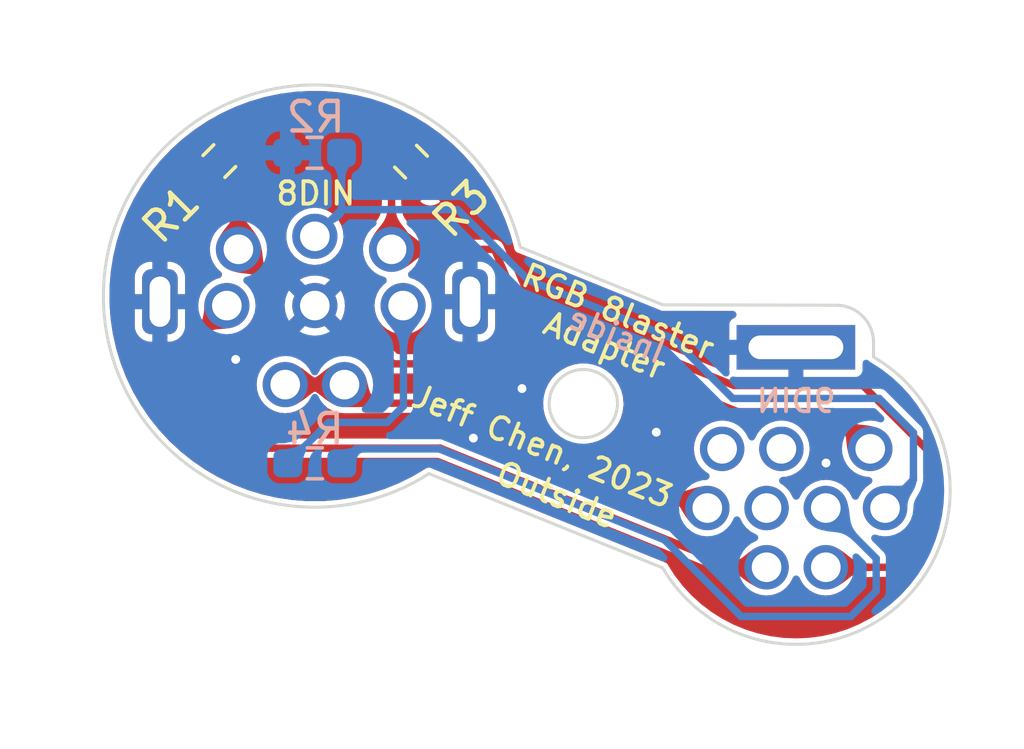
<source format=kicad_pcb>
(kicad_pcb (version 20211014) (generator pcbnew)
  (title_block (rev "1"))
  (layers (0 "F.Cu" signal "Front") (31 "B.Cu" signal "Back") (34 "B.Paste" user) (35 "F.Paste" user) (36 "B.SilkS" user "B.Silkscreen") (37 "F.SilkS" user "F.Silkscreen") (38 "B.Mask" user) (39 "F.Mask" user) (44 "Edge.Cuts" user))
  (net 0 "")
  (net 1 "/Blue")
  (net 2 "/5V")
  (net 3 "/Green")
  (net 4 "/Sync")
  (net 6 "/Audio")
  (net 7 "/Red")
  (net 10 "GND")
  (net 11 "/Attenuated Sync")
  (footprint "RGB Blaster 8DIN Adapter:9 pin mini DIN PCB" (layer "F.Cu") (at 147.705317 108.216528)
    (fp_text reference "P1" hide)
    (fp_text value "Mini_DIN_9P_PCB")
    (pad "1" thru_hole circle (at 1.01 2.6) (size 1.5 1.5) (drill 1) (layers *.Cu *.Mask) (net 1 "/Blue"))
    (pad "2" thru_hole circle (at -0.99 2.6) (size 1.5 1.5) (drill 1) (layers *.Cu *.Mask) (net 2 "/5V"))
    (pad "3" thru_hole circle (at 3.01 0.6) (size 1.5 1.5) (drill 1) (layers *.Cu *.Mask) (net 3 "/Green"))
    (pad "4" thru_hole circle (at 1.01 0.6) (size 1.5 1.5) (drill 1) (layers *.Cu *.Mask) (net 4 "/Sync"))
    (pad "5" thru_hole circle (at -0.99 0.6) (size 1.5 1.5) (drill 1) (layers *.Cu *.Mask))
    (pad "6" thru_hole circle (at -2.99 0.6) (size 1.5 1.5) (drill 1) (layers *.Cu *.Mask) (net 6 "/Audio"))
    (pad "7" thru_hole circle (at 2.51 -1.4) (size 1.5 1.5) (drill 1) (layers *.Cu *.Mask) (net 7 "/Red"))
    (pad "8" thru_hole circle (at -0.49 -1.4) (size 1.5 1.5) (drill 1) (layers *.Cu *.Mask))
    (pad "9" thru_hole circle (at -2.49 -1.4) (size 1.5 1.5) (drill 1) (layers *.Cu *.Mask))
    (pad "10" thru_hole rect (at 0 -4.83) (size 4 1.5) (drill oval 3.2 0.8) (layers *.Cu *.Mask) (net 10 "GND"))
  )
  (footprint "Resistor_SMD:R_0603_1608Metric_Pad0.98x0.95mm_HandSolder" (layer "F.Cu") (at 128.24138 97.094859 -135)
    (fp_text reference "R1" (at 2.432115 -0.120208 45) (layer "F.SilkS"))
    (fp_text value "150")
    (fp_line (start -0.254724 0.5225) (end 0.254724 0.5225) (layer "F.SilkS") (width 0.12))
    (fp_line (start -0.254724 -0.5225) (end 0.254724 -0.5225) (layer "F.SilkS") (width 0.12))
    (pad "1" smd roundrect (at -0.9125 0 225) (size 0.975 0.95) (layers "F.Cu" "F.Paste" "F.Mask") (net 7 "/Red"))
    (pad "2" smd roundrect (at 0.9125 0 225) (size 0.975 0.95) (layers "F.Cu" "F.Paste" "F.Mask") (net 10 "GND"))
  )
  (footprint "Resistor_SMD:R_0603_1608Metric_Pad0.98x0.95mm_HandSolder" (layer "F.Cu") (at 134.711851 97.114858 -45)
    (fp_text reference "R3" (at 2.32105 -0.070637 45) (layer "F.SilkS"))
    (fp_text value "150")
    (fp_line (start -0.254724 0.5225) (end 0.254724 0.5225) (layer "F.SilkS") (width 0.12))
    (fp_line (start -0.254724 -0.5225) (end 0.254724 -0.5225) (layer "F.SilkS") (width 0.12))
    (pad "1" smd roundrect (at -0.9125 0 315) (size 0.975 0.95) (layers "F.Cu" "F.Paste" "F.Mask") (net 1 "/Blue"))
    (pad "2" smd roundrect (at 0.9125 0 315) (size 0.975 0.95) (layers "F.Cu" "F.Paste" "F.Mask") (net 10 "GND"))
  )
  (footprint "RGB Blaster 8DIN Adapter:8 pin mini DIN" (layer "B.Cu") (at 131.46532 101.976532 180)
    (fp_text reference "P2" hide)
    (fp_text value "8_pin_mini_DIN")
    (pad "1" thru_hole circle (at -1 -2.67 180) (size 1.524 1.524) (drill 1) (layers *.Cu *.Mask) (net 6 "/Audio"))
    (pad "2" thru_hole circle (at 1 -2.67 180) (size 1.524 1.524) (drill 1) (layers *.Cu *.Mask) (net 6 "/Audio"))
    (pad "3" thru_hole circle (at -2.98 0 180) (size 1.524 1.524) (drill 1) (layers *.Cu *.Mask) (net 11 "/Attenuated Sync"))
    (pad "4" thru_hole circle (at 0 0 180) (size 1.524 1.524) (drill 1) (layers *.Cu *.Mask) (net 10 "GND"))
    (pad "4" thru_hole roundrect (at -5.24 0.13 180) (size 1.2 2.2) (drill oval 0.7 1.7) (layers *.Cu *.Mask) (net 10 "GND"))
    (pad "4" thru_hole roundrect (at 5.23 0.13 180) (size 1.2 2.2) (drill oval 0.7 1.7) (layers *.Cu *.Mask) (net 10 "GND"))
    (pad "5" thru_hole circle (at 2.97 0 180) (size 1.524 1.524) (drill 1) (layers *.Cu *.Mask) (net 2 "/5V"))
    (pad "6" thru_hole circle (at -2.59 1.9 180) (size 1.524 1.524) (drill 1) (layers *.Cu *.Mask) (net 1 "/Blue"))
    (pad "7" thru_hole circle (at 0 2.34 180) (size 1.524 1.524) (drill 1) (layers *.Cu *.Mask) (net 3 "/Green"))
    (pad "8" thru_hole circle (at 2.58 1.9 180) (size 1.524 1.524) (drill 1) (layers *.Cu *.Mask) (net 7 "/Red"))
  )
  (footprint "Resistor_SMD:R_0603_1608Metric_Pad0.98x0.95mm_HandSolder" (layer "B.Cu") (at 131.455317 96.816534 180)
    (fp_text reference "R2" (at -0.038824 1.211281) (layer "B.SilkS") (effects (justify mirror)))
    (fp_text value "150")
    (fp_line (start -0.254724 -0.5225) (end 0.254724 -0.5225) (layer "B.SilkS") (width 0.12))
    (fp_line (start -0.254724 0.5225) (end 0.254724 0.5225) (layer "B.SilkS") (width 0.12))
    (pad "1" smd roundrect (at -0.9125 0 180) (size 0.975 0.95) (layers "B.Cu" "B.Paste" "B.Mask") (net 3 "/Green"))
    (pad "2" smd roundrect (at 0.9125 0 180) (size 0.975 0.95) (layers "B.Cu" "B.Paste" "B.Mask") (net 10 "GND"))
  )
  (footprint "Resistor_SMD:R_0603_1608Metric_Pad0.98x0.95mm_HandSolder" (layer "B.Cu") (at 131.465005 107.30568 180)
    (fp_text reference "R4" (at 0.000864 1.160425) (layer "B.SilkS") (effects (justify mirror)))
    (fp_text value "150")
    (fp_line (start -0.254724 0.5225) (end 0.254724 0.5225) (layer "B.SilkS") (width 0.12))
    (fp_line (start -0.254724 -0.5225) (end 0.254724 -0.5225) (layer "B.SilkS") (width 0.12))
    (pad "1" smd roundrect (at -0.9125 0 180) (size 0.975 0.95) (layers "B.Cu" "B.Paste" "B.Mask") (net 4 "/Sync"))
    (pad "2" smd roundrect (at 0.9125 0 180) (size 0.975 0.95) (layers "B.Cu" "B.Paste" "B.Mask") (net 11 "/Attenuated Sync"))
  )
  (gr_line (start 143.216647 101.953798) (end 149.066649 101.963796) (layer "Edge.Cuts") (width 0.1))
  (gr_arc (start 150.326647 103.7138) (mid 151.390433 111.894016) (end 143.209186 110.838151) (layer "Edge.Cuts") (width 0.1))
  (gr_arc (start 149.066649 101.963796) (mid 149.954049 102.329323) (end 150.326648 103.213796) (layer "Edge.Cuts") (width 0.1))
  (gr_line (start 135.316648 107.6538) (end 143.209186 110.838151) (layer "Edge.Cuts") (width 0.1))
  (gr_circle (center 140.529124 105.288168) (end 141.429124 104.568167) (layer "Edge.Cuts") (width 0.1) (fill none))
  (gr_line (start 138.39727 100.003652) (end 143.216647 101.953798) (layer "Edge.Cuts") (width 0.1))
  (gr_arc (start 135.316648 107.6538) (mid 124.843908 98.99121) (end 138.39727 100.003652) (layer "Edge.Cuts") (width 0.1))
  (gr_line (start 150.326647 103.7138) (end 150.326648 103.213796) (layer "Edge.Cuts") (width 0.1))
  (gr_text "Inside" (at 141.652838 102.96472 -22) (layer "B.SilkS") (effects (font (size 0.762 0.762) (thickness 0.127)) (justify mirror)))
  (gr_text "9DIN" (at 147.716616 105.199622) (layer "B.SilkS") (effects (font (size 0.762 0.762) (thickness 0.127)) (justify mirror)))
  (gr_text "Outside" (at 139.636615 108.379622 -22) (layer "F.SilkS") (effects (font (size 0.762 0.762) (thickness 0.127))))
  (gr_text "Jeff Chen, 2023" (at 139.146616 106.729622 -22) (layer "F.SilkS") (effects (font (size 0.762 0.762) (thickness 0.127))))
  (gr_text "RGB 8laster\nAdapter" (at 141.476615 102.759624 -22) (layer "F.SilkS") (effects (font (size 0.762 0.762) (thickness 0.127))))
  (gr_text "8DIN" (at 131.496614 98.189625) (layer "F.SilkS") (effects (font (size 0.762 0.762) (thickness 0.127))))
  (segment (start 134.055321 100.07653) (end 134.055321 96.480919) (width 0.25) (layer "F.Cu") (net 1))
  (segment (start 138.214058 101.686446) (end 137.530691 100.076535) (width 0.25) (layer "F.Cu") (net 1))
  (segment (start 134.055321 96.480919) (end 134.066615 96.469622) (width 0.25) (layer "F.Cu") (net 1))
  (segment (start 152.150361 109.65035) (end 152.150363 106.860351) (width 0.25) (layer "F.Cu") (net 1))
  (segment (start 152.150363 106.860351) (end 150.140006 104.849994) (width 0.25) (layer "F.Cu") (net 1))
  (segment (start 148.715315 110.816531) (end 150.984184 110.816532) (width 0.25) (layer "F.Cu") (net 1))
  (segment (start 150.984184 110.816532) (end 152.150361 109.65035) (width 0.25) (layer "F.Cu") (net 1))
  (segment (start 145.622335 104.679584) (end 149.969596 104.679584) (width 0.25) (layer "F.Cu") (net 1))
  (segment (start 137.530691 100.076535) (end 134.055321 100.076538) (width 0.25) (layer "F.Cu") (net 1))
  (segment (start 138.214058 101.686446) (end 145.622335 104.679584) (width 0.25) (layer "F.Cu") (net 1))
  (segment (start 149.969596 104.679584) (end 150.140006 104.849994) (width 0.25) (layer "F.Cu") (net 1))
  (segment (start 135.696506 106.794477) (end 144.352558 110.291747) (width 0.25) (layer "F.Cu") (net 2))
  (segment (start 144.352768 110.291657) (end 145.651886 110.816534) (width 0.25) (layer "F.Cu") (net 2))
  (segment (start 128.495316 101.976528) (end 127.662838 102.809007) (width 0.25) (layer "F.Cu") (net 2))
  (segment (start 127.662838 105.614723) (end 128.842003 106.793886) (width 0.25) (layer "F.Cu") (net 2))
  (segment (start 144.352558 110.291747) (end 144.352768 110.291657) (width 0.25) (layer "F.Cu") (net 2))
  (segment (start 128.842003 106.793886) (end 135.695916 106.793886) (width 0.25) (layer "F.Cu") (net 2))
  (segment (start 145.651886 110.816534) (end 146.715317 110.816532) (width 0.25) (layer "F.Cu") (net 2))
  (segment (start 135.695916 106.793886) (end 135.696506 106.794477) (width 0.25) (layer "F.Cu") (net 2))
  (segment (start 127.662838 102.809007) (end 127.662838 105.614723) (width 0.25) (layer "F.Cu") (net 2))
  (segment (start 132.365322 98.73653) (end 132.365323 98.735997) (width 0.25) (layer "B.Cu") (net 3))
  (segment (start 150.518047 105.113887) (end 145.572775 105.113887) (width 0.25) (layer "B.Cu") (net 3))
  (segment (start 143.549517 103.086723) (end 138.671628 101.115931) (width 0.25) (layer "B.Cu") (net 3))
  (segment (start 131.465321 99.636534) (end 132.365322 98.73653) (width 0.25) (layer "B.Cu") (net 3))
  (segment (start 151.673766 107.858079) (end 151.67377 106.26961) (width 0.25) (layer "B.Cu") (net 3))
  (segment (start 144.414141 103.955252) (end 144.41414 103.951346) (width 0.25) (layer "B.Cu") (net 3))
  (segment (start 138.671628 101.115931) (end 136.291702 98.736001) (width 0.25) (layer "B.Cu") (net 3))
  (segment (start 136.291702 98.736001) (end 132.365323 98.735997) (width 0.25) (layer "B.Cu") (net 3))
  (segment (start 145.572775 105.113887) (end 144.414141 103.955252) (width 0.25) (layer "B.Cu") (net 3))
  (segment (start 132.365323 98.735997) (end 132.365316 96.816535) (width 0.25) (layer "B.Cu") (net 3))
  (segment (start 144.41414 103.951346) (end 143.549517 103.086723) (width 0.25) (layer "B.Cu") (net 3))
  (segment (start 151.67377 106.26961) (end 150.518047 105.113887) (width 0.25) (layer "B.Cu") (net 3))
  (segment (start 150.715315 108.81653) (end 151.673766 107.858079) (width 0.25) (layer "B.Cu") (net 3))
  (segment (start 133.15146 106.817304) (end 135.659201 106.817307) (width 0.25) (layer "B.Cu") (net 4))
  (segment (start 133.15146 106.817304) (end 132.858223 106.817306) (width 0.25) (layer "B.Cu") (net 4))
  (segment (start 132.858223 106.817306) (end 132.789841 106.885689) (width 0.25) (layer "B.Cu") (net 4))
  (segment (start 145.856617 112.479623) (end 143.261918 109.884925) (width 0.25) (layer "B.Cu") (net 4))
  (segment (start 143.256994 109.887017) (end 143.261918 109.884925) (width 0.25) (layer "B.Cu") (net 4))
  (segment (start 139.733458 108.463417) (end 135.659201 106.817307) (width 0.25) (layer "B.Cu") (net 4))
  (segment (start 139.733458 108.463417) (end 143.256994 109.887017) (width 0.25) (layer "B.Cu") (net 4))
  (segment (start 149.556616 112.479623) (end 145.856617 112.479623) (width 0.25) (layer "B.Cu") (net 4))
  (segment (start 132.789841 106.885689) (end 132.37649 107.299039) (width 0.25) (layer "B.Cu") (net 4))
  (segment (start 148.715316 108.81653) (end 150.416616 110.517831) (width 0.25) (layer "B.Cu") (net 4))
  (segment (start 150.416616 110.517831) (end 150.416617 111.619623) (width 0.25) (layer "B.Cu") (net 4))
  (segment (start 150.416617 111.619623) (end 149.556616 112.479623) (width 0.25) (layer "B.Cu") (net 4))
  (segment (start 135.892664 105.273648) (end 135.890137 105.274721) (width 0.25) (layer "F.Cu") (net 6))
  (segment (start 135.890137 105.274721) (end 133.093509 105.274718) (width 0.25) (layer "F.Cu") (net 6))
  (segment (start 130.46938 104.646531) (end 130.466647 104.643798) (width 0.25) (layer "F.Cu") (net 6))
  (segment (start 144.692246 108.828912) (end 135.892664 105.273648) (width 0.25) (layer "F.Cu") (net 6))
  (segment (start 133.093509 105.274718) (end 132.46532 104.64653) (width 0.25) (layer "F.Cu") (net 6))
  (segment (start 144.712699 108.82023) (end 144.692246 108.828912) (width 0.25) (layer "F.Cu") (net 6))
  (segment (start 132.46532 104.64653) (end 130.46938 104.646531) (width 0.25) (layer "F.Cu") (net 6))
  (segment (start 133.480766 103.314722) (end 134.110767 103.944718) (width 0.25) (layer "F.Cu") (net 7))
  (segment (start 128.886617 96.449621) (end 128.885321 96.450918) (width 0.25) (layer "F.Cu") (net 7))
  (segment (start 128.885321 96.450918) (end 128.885321 100.07653) (width 0.25) (layer "F.Cu") (net 7))
  (segment (start 145.746818 105.564354) (end 145.747922 105.563887) (width 0.25) (layer "F.Cu") (net 7))
  (segment (start 129.982838 102.504721) (end 130.792838 103.31472) (width 0.25) (layer "F.Cu") (net 7))
  (segment (start 139.382561 102.993026) (end 145.746818 105.564354) (width 0.25) (layer "F.Cu") (net 7))
  (segment (start 137.156597 103.937893) (end 139.382561 102.993026) (width 0.25) (layer "F.Cu") (net 7))
  (segment (start 130.792838 103.31472) (end 133.480766 103.314722) (width 0.25) (layer "F.Cu") (net 7))
  (segment (start 148.962673 105.563887) (end 150.215317 106.81653) (width 0.25) (layer "F.Cu") (net 7))
  (segment (start 128.885321 100.07653) (end 129.982839 101.174047) (width 0.25) (layer "F.Cu") (net 7))
  (segment (start 145.747922 105.563887) (end 148.962673 105.563887) (width 0.25) (layer "F.Cu") (net 7))
  (segment (start 137.153838 103.944722) (end 137.156597 103.937893) (width 0.25) (layer "F.Cu") (net 7))
  (segment (start 129.982839 101.174047) (end 129.982838 102.504721) (width 0.25) (layer "F.Cu") (net 7))
  (segment (start 134.110767 103.944718) (end 137.153838 103.944722) (width 0.25) (layer "F.Cu") (net 7))
  (via (at 148.722838 107.294722) (size 0.7) (drill 0.3) (layers "F.Cu" "B.Cu") (net 10))
  (via (at 136.817095 106.453887) (size 0.7) (drill 0.3) (layers "F.Cu" "B.Cu") (net 10))
  (via (at 142.992839 106.254721) (size 0.7) (drill 0.3) (layers "F.Cu" "B.Cu") (net 10))
  (via (at 138.46 104.78) (size 0.7) (drill 0.3) (layers "F.Cu" "B.Cu") (net 10))
  (via (at 128.792838 103.794722) (size 0.7) (drill 0.3) (layers "F.Cu" "B.Cu") (net 10))
  (segment (start 134.456647 105.373796) (end 134.456646 101.983015) (width 0.25) (layer "B.Cu") (net 11))
  (segment (start 133.906645 105.923798) (end 134.456647 105.373796) (width 0.25) (layer "B.Cu") (net 11))
  (segment (start 131.934385 105.923797) (end 133.906645 105.923798) (width 0.25) (layer "B.Cu") (net 11))
  (segment (start 130.552503 107.305677) (end 131.934385 105.923797) (width 0.25) (layer "B.Cu") (net 11))
  (zone (net 6) (net_name "/Audio") (layer "F.Cu") (priority 16962) (connect_pads yes (clearance 0)) (min_thickness 0.0254) (fill yes (thermal_gap 0.508) (thermal_bridge_width 0.508))
    (polygon (pts (xy 133.737116 105.149719) (xy 133.611838 105.139111) (xy 133.513357 105.108657) (xy 133.437464 105.060405) (xy 133.37995 104.996404) (xy 133.336606 104.918705) (xy 133.303223 104.829356) (xy 133.275592 104.730408) (xy 133.249503 104.62391) (xy 133.220747 104.511911) (xy 133.185117 104.396461) (xy 132.195912 104.377126) (xy 132.46532 105.408531) (xy 132.619802 105.408284) (xy 132.751518 105.407614) (xy 132.86673 105.406627) (xy 132.971701 105.405428) (xy 133.072691 105.404124) (xy 133.175963 105.402819) (xy 133.28778 105.401621) (xy 133.414403 105.400634) (xy 133.562094 105.399964) (xy 133.737116 105.399718)))
  )
  (zone (net 1) (net_name "/Blue") (layer "F.Cu") (priority 16962) (connect_pads yes (clearance 0)) (min_thickness 0.0254) (fill yes (thermal_gap 0.508) (thermal_bridge_width 0.508))
    (polygon (pts (xy 133.930321 98.55453) (xy 133.921433 98.733595) (xy 133.896227 98.880802) (xy 133.856889 99.00309) (xy 133.805607 99.1074) (xy 133.744566 99.200673) (xy 133.675954 99.289848) (xy 133.601957 99.381866) (xy 133.524761 99.483668) (xy 133.446553 99.602193) (xy 133.369521 99.744383) (xy 134.05532 100.457531) (xy 134.74112 99.744385) (xy 134.664087 99.602195) (xy 134.585879 99.483669) (xy 134.508684 99.381867) (xy 134.434687 99.289849) (xy 134.366075 99.200674) (xy 134.305034 99.107401) (xy 134.253752 99.00309) (xy 134.214414 98.880802) (xy 134.189208 98.733595) (xy 134.180321 98.55453)))
  )
  (zone (net 7) (net_name "/Red") (layer "F.Cu") (priority 16962) (connect_pads yes (clearance 0)) (min_thickness 0.0254) (fill yes (thermal_gap 0.508) (thermal_bridge_width 0.508))
    (polygon (pts (xy 128.760321 98.55453) (xy 128.751433 98.733595) (xy 128.726227 98.880802) (xy 128.686889 99.00309) (xy 128.635607 99.1074) (xy 128.574566 99.200673) (xy 128.505954 99.289848) (xy 128.431957 99.381866) (xy 128.354761 99.483668) (xy 128.276553 99.602193) (xy 128.199521 99.744383) (xy 128.88532 100.457531) (xy 129.57112 99.744385) (xy 129.494087 99.602195) (xy 129.415879 99.483669) (xy 129.338684 99.381867) (xy 129.264687 99.289849) (xy 129.196075 99.200674) (xy 129.135034 99.107401) (xy 129.083752 99.00309) (xy 129.044414 98.880802) (xy 129.019208 98.733595) (xy 129.010321 98.55453)))
  )
  (zone (net 1) (net_name "/Blue") (layer "F.Cu") (priority 16962) (connect_pads yes (clearance 0)) (min_thickness 0.0254) (fill yes (thermal_gap 0.508) (thermal_bridge_width 0.508))
    (polygon (pts (xy 134.180321 97.425919) (xy 134.184696 97.31619) (xy 134.197252 97.224772) (xy 134.217128 97.147781) (xy 134.243467 97.081335) (xy 134.27541 97.02155) (xy 134.312099 96.964543) (xy 134.352675 96.906432) (xy 134.396279 96.843333) (xy 134.442054 96.771365) (xy 134.48914 96.686643) (xy 134.072188 96.232189) (xy 133.634377 96.666583) (xy 133.678149 96.754718) (xy 133.721232 96.829499) (xy 133.762701 96.894915) (xy 133.801635 96.95496) (xy 133.837111 97.013623) (xy 133.868206 97.074897) (xy 133.893997 97.142772) (xy 133.913562 97.221239) (xy 133.925977 97.314291) (xy 133.930321 97.425919)))
  )
  (zone (net 7) (net_name "/Red") (layer "F.Cu") (priority 16962) (connect_pads yes (clearance 0)) (min_thickness 0.0254) (fill yes (thermal_gap 0.508) (thermal_bridge_width 0.508))
    (polygon (pts (xy 129.010321 97.395918) (xy 129.01473 97.286671) (xy 129.027345 97.195707) (xy 129.047248 97.119125) (xy 129.073522 97.05302) (xy 129.105249 96.99349) (xy 129.14151 96.936631) (xy 129.181388 96.87854) (xy 129.223965 96.815313) (xy 129.268323 96.743049) (xy 129.313544 96.657844) (xy 128.887267 96.212125) (xy 128.458549 96.655497) (xy 128.503389 96.7411) (xy 128.547439 96.813692) (xy 128.589773 96.877189) (xy 128.629466 96.935506) (xy 128.665593 96.992558) (xy 128.697226 97.052263) (xy 128.723441 97.118536) (xy 128.743313 97.195292) (xy 128.755914 97.286447) (xy 128.760321 97.395918)))
  )
  (zone (net 6) (net_name "/Audio") (layer "F.Cu") (priority 16962) (connect_pads yes (clearance 0)) (min_thickness 0.0254) (fill yes (thermal_gap 0.508) (thermal_bridge_width 0.508))
    (polygon (pts (xy 143.263918 108.386646) (xy 143.426541 108.461677) (xy 143.553933 108.539564) (xy 143.65333 108.620882) (xy 143.731966 108.706206) (xy 143.797074 108.796112) (xy 143.85589 108.891176) (xy 143.915649 108.991972) (xy 143.983584 109.099077) (xy 144.066931 109.213065) (xy 144.172924 109.334513) (xy 145.066622 108.947712) (xy 144.645189 108.069814) (xy 144.48792 108.091621) (xy 144.351631 108.122247) (xy 144.230831 108.157276) (xy 144.120027 108.192291) (xy 144.013728 108.222878) (xy 143.90644 108.244622) (xy 143.792673 108.253106) (xy 143.666933 108.243916) (xy 143.523729 108.212635) (xy 143.357569 108.15485)))
  )
  (zone (net 1) (net_name "/Blue") (layer "F.Cu") (priority 16962) (connect_pads yes (clearance 0)) (min_thickness 0.0254) (fill yes (thermal_gap 0.508) (thermal_bridge_width 0.508))
    (polygon (pts (xy 150.205314 110.691532) (xy 150.030186 110.682794) (xy 149.886243 110.65802) (xy 149.766693 110.619367) (xy 149.664742 110.568996) (xy 149.573598 110.509063) (xy 149.486469 110.441728) (xy 149.396561 110.369149) (xy 149.297081 110.293483) (xy 149.181237 110.216891) (xy 149.042237 110.14153) (xy 148.340318 110.816527) (xy 149.042231 111.491529) (xy 149.181232 111.416168) (xy 149.297077 111.339577) (xy 149.396557 111.263912) (xy 149.486466 111.191333) (xy 149.573596 111.123998) (xy 149.66474 111.064066) (xy 149.766691 111.013694) (xy 149.886241 110.975042) (xy 150.030184 110.950268) (xy 150.205313 110.941531)))
  )
  (zone (net 2) (net_name "/5V") (layer "F.Cu") (priority 16962) (connect_pads yes (clearance 0)) (min_thickness 0.0254) (fill yes (thermal_gap 0.508) (thermal_bridge_width 0.508))
    (polygon (pts (xy 145.200281 110.768891) (xy 145.375338 110.845217) (xy 145.518538 110.918461) (xy 145.63714 110.98944) (xy 145.738405 111.058971) (xy 145.82959 111.127871) (xy 145.917956 111.196959) (xy 146.010761 111.267051) (xy 146.115264 111.338965) (xy 146.238726 111.413519) (xy 146.388405 111.49153) (xy 147.090316 110.816526) (xy 146.388396 110.141531) (xy 146.260332 110.212729) (xy 146.1494 110.289304) (xy 146.050726 110.366601) (xy 145.959437 110.439968) (xy 145.870662 110.504753) (xy 145.779527 110.556303) (xy 145.681159 110.589964) (xy 145.570685 110.601085) (xy 145.443234 110.585013) (xy 145.293932 110.537095)))
  )
  (zone (net 6) (net_name "/Audio") (layer "F.Cu") (priority 16962) (connect_pads yes (clearance 0)) (min_thickness 0.0254) (fill yes (thermal_gap 0.508) (thermal_bridge_width 0.508))
    (polygon (pts (xy 131.991378 104.521531) (xy 131.811792 104.512662) (xy 131.664118 104.487504) (xy 131.541406 104.448233) (xy 131.436704 104.39702) (xy 131.343063 104.336041) (xy 131.253529 104.267469) (xy 131.161154 104.193478) (xy 131.058986 104.116242) (xy 130.940074 104.037935) (xy 130.797467 103.960732) (xy 130.084321 104.646532) (xy 130.797468 105.332331) (xy 130.940074 105.255127) (xy 131.058987 105.17682) (xy 131.161155 105.099584) (xy 131.25353 105.025593) (xy 131.343063 104.95702) (xy 131.436705 104.896041) (xy 131.541407 104.844828) (xy 131.664119 104.805556) (xy 131.811793 104.780399) (xy 131.991379 104.77153)))
  )
  (zone (net 7) (net_name "/Red") (layer "F.Cu") (priority 16962) (connect_pads yes (clearance 0)) (min_thickness 0.0254) (fill yes (thermal_gap 0.508) (thermal_bridge_width 0.508))
    (polygon (pts (xy 130.049925 101.064357) (xy 129.929591 100.931454) (xy 129.843324 100.809539) (xy 129.784669 100.695253) (xy 129.747172 100.585232) (xy 129.724381 100.476117) (xy 129.709841 100.364544) (xy 129.697098 100.247154) (xy 129.679699 100.120584) (xy 129.65119 99.981473) (xy 129.605117 99.82646) (xy 128.615912 99.807126) (xy 128.635254 100.79633) (xy 128.790267 100.842401) (xy 128.929377 100.87091) (xy 129.055947 100.888308) (xy 129.173338 100.90105) (xy 129.28491 100.91559) (xy 129.394026 100.938381) (xy 129.504046 100.975877) (xy 129.618332 101.034532) (xy 129.740246 101.120799) (xy 129.873149 101.241133)))
  )
  (zone (net 6) (net_name "/Audio") (layer "F.Cu") (priority 16962) (connect_pads yes (clearance 0)) (min_thickness 0.0254) (fill yes (thermal_gap 0.508) (thermal_bridge_width 0.508))
    (polygon (pts (xy 130.943322 104.77153) (xy 131.122386 104.780417) (xy 131.269593 104.805623) (xy 131.391881 104.844961) (xy 131.49619 104.896243) (xy 131.589463 104.957284) (xy 131.678638 105.025897) (xy 131.770655 105.099894) (xy 131.872457 105.17709) (xy 131.990982 105.255298) (xy 132.133171 105.332331) (xy 132.846319 104.646533) (xy 132.133174 103.960732) (xy 131.990984 104.037764) (xy 131.872459 104.115971) (xy 131.770657 104.193167) (xy 131.678639 104.267164) (xy 131.589464 104.335776) (xy 131.496191 104.396816) (xy 131.391881 104.448099) (xy 131.269593 104.487436) (xy 131.122386 104.512642) (xy 130.943321 104.521531)))
  )
  (zone (net 2) (net_name "/5V") (layer "F.Cu") (priority 16962) (connect_pads yes (clearance 0)) (min_thickness 0.0254) (fill yes (thermal_gap 0.508) (thermal_bridge_width 0.508))
    (polygon (pts (xy 127.787838 103.163704) (xy 127.802686 103.025312) (xy 127.844889 102.925293) (xy 127.91093 102.856895) (xy 127.997294 102.813365) (xy 128.100465 102.787952) (xy 128.216928 102.773905) (xy 128.343167 102.76447) (xy 128.475666 102.752898) (xy 128.61091 102.732435) (xy 128.745384 102.696331) (xy 128.764729 101.707127) (xy 127.73332 101.976532) (xy 127.727846 102.122226) (xy 127.712989 102.245618) (xy 127.691095 102.352823) (xy 127.66451 102.449956) (xy 127.635579 102.543131) (xy 127.606647 102.638466) (xy 127.580062 102.742075) (xy 127.558168 102.860074) (xy 127.543311 102.998579) (xy 127.537838 103.163704)))
  )
  (zone (net 7) (net_name "/Red") (layer "F.Cu") (priority 16962) (connect_pads yes (clearance 0)) (min_thickness 0.0254) (fill yes (thermal_gap 0.508) (thermal_bridge_width 0.508))
    (polygon (pts (xy 149.07334 105.851331) (xy 149.190995 105.981343) (xy 149.275261 106.100644) (xy 149.332465 106.21251) (xy 149.368937 106.320218) (xy 149.391007 106.427046) (xy 149.405005 106.536269) (xy 149.417259 106.651165) (xy 149.434099 106.775011) (xy 149.461855 106.911084) (xy 149.506856 107.062661) (xy 150.480482 107.081692) (xy 150.461446 106.108065) (xy 150.309869 106.063064) (xy 150.173796 106.035309) (xy 150.04995 106.01847) (xy 149.935054 106.006216) (xy 149.825831 105.99222) (xy 149.719004 105.97015) (xy 149.611296 105.933678) (xy 149.49943 105.876474) (xy 149.380129 105.792209) (xy 149.250117 105.674554)))
  )
  (zone (net 10) (net_name "GND") (layers F&B.Cu) (connect_pads (clearance 0.2)) (min_thickness 0.25) (fill yes (thermal_gap 0.25) (thermal_bridge_width 0.508))
    (polygon (pts (xy 155.426648 116.973797) (xy 120.836645 116.933801) (xy 120.836648 91.653798) (xy 155.426648 91.653795)))
  )
  (zone (net 1) (net_name "/Blue") (layer "F.Cu") (priority 16962) (connect_pads yes (clearance 0)) (min_thickness 0.0254) (fill yes (thermal_gap 0.508) (thermal_bridge_width 0.508))
    (polygon (pts (xy 135.577319 99.951538) (xy 135.398254 99.94265) (xy 135.251048 99.917444) (xy 135.12876 99.878106) (xy 135.02445 99.826824) (xy 134.931178 99.765783) (xy 134.842004 99.69717) (xy 134.749986 99.623173) (xy 134.648185 99.545976) (xy 134.529661 99.467768) (xy 134.387473 99.390735) (xy 133.674321 100.076529) (xy 134.387462 100.762334) (xy 134.529652 100.685302) (xy 134.648178 100.607095) (xy 134.74998 100.5299) (xy 134.841999 100.455903) (xy 134.931174 100.387291) (xy 135.024447 100.326251) (xy 135.128758 100.274968) (xy 135.251047 100.235631) (xy 135.398254 100.210425) (xy 135.57732 100.201537)))
  )
  (zone (net 4) (net_name "/Sync") (layer "B.Cu") (priority 16962) (connect_pads yes (clearance 0)) (min_thickness 0.0254) (fill yes (thermal_gap 0.508) (thermal_bridge_width 0.508))
    (polygon (pts (xy 133.131948 106.692305) (xy 133.026578 106.69618) (xy 132.938036 106.706696) (xy 132.862504 106.722194) (xy 132.796166 106.741013) (xy 132.735206 106.761493) (xy 132.675807 106.781972) (xy 132.614154 106.800791) (xy 132.546429 106.816289) (xy 132.468817 106.826806) (xy 132.377502 106.830681) (xy 132.211496 107.475524) (xy 132.827948 107.456429) (xy 132.848302 107.382555) (xy 132.86235 107.30897) (xy 132.873294 107.237436) (xy 132.884336 107.169718) (xy 132.898677 107.10758) (xy 132.91952 107.052784) (xy 132.950067 107.007095) (xy 132.99352 106.972276) (xy 133.05308 106.950091) (xy 133.13195 106.942304)))
  )
  (zone (net 3) (net_name "/Green") (layer "B.Cu") (priority 16962) (connect_pads yes (clearance 0)) (min_thickness 0.0254) (fill yes (thermal_gap 0.508) (thermal_bridge_width 0.508))
    (polygon (pts (xy 132.490318 97.761533) (xy 132.494733 97.652559) (xy 132.50737 97.561837) (xy 132.527309 97.485471) (xy 132.553632 97.419569) (xy 132.58542 97.360237) (xy 132.621756 97.303582) (xy 132.661721 97.245709) (xy 132.704397 97.182725) (xy 132.748866 97.110737) (xy 132.794209 97.025852) (xy 132.36908 96.579038) (xy 131.939222 97.021304) (xy 131.983828 97.10696) (xy 132.027702 97.179583) (xy 132.069911 97.243091) (xy 132.10952 97.301401) (xy 132.145597 97.358432) (xy 132.177207 97.418102) (xy 132.203418 97.484329) (xy 132.223296 97.561031) (xy 132.235907 97.652127) (xy 132.240319 97.761534)))
  )
  (zone (net 3) (net_name "/Green") (layer "B.Cu") (priority 16962) (connect_pads yes (clearance 0)) (min_thickness 0.0254) (fill yes (thermal_gap 0.508) (thermal_bridge_width 0.508))
    (polygon (pts (xy 132.240324 98.735763) (xy 132.230926 98.796459) (xy 132.205629 98.848451) (xy 132.168409 98.892283) (xy 132.123244 98.9285) (xy 132.074111 98.957647) (xy 132.024987 98.980268) (xy 131.97985 98.996909) (xy 131.942675 99.008114) (xy 131.917441 99.014428) (xy 131.908124 99.016397) (xy 131.195913 99.905939) (xy 132.085456 99.193729) (xy 132.09675 99.189129) (xy 132.127465 99.175414) (xy 132.17275 99.152573) (xy 132.227756 99.120595) (xy 132.287633 99.079469) (xy 132.34753 99.029184) (xy 132.402597 98.969729) (xy 132.447985 98.901092) (xy 132.478843 98.823264) (xy 132.490322 98.736232)))
  )
  (zone (net 3) (net_name "/Green") (layer "B.Cu") (priority 16962) (connect_pads yes (clearance 0)) (min_thickness 0.0254) (fill yes (thermal_gap 0.508) (thermal_bridge_width 0.508))
    (polygon (pts (xy 151.548767 107.713534) (xy 151.531437 107.859753) (xy 151.482352 107.959319) (xy 151.405868 108.020829) (xy 151.30634 108.052882) (xy 151.188125 108.064075) (xy 151.055578 108.063006) (xy 150.913054 108.058273) (xy 150.764911 108.058473) (xy 150.615503 108.072205) (xy 150.469186 108.108066) (xy 150.450152 109.081693) (xy 151.465316 108.816529) (xy 151.474652 108.677997) (xy 151.499994 108.562436) (xy 151.537341 108.463582) (xy 151.58269 108.375177) (xy 151.63204 108.290958) (xy 151.681391 108.204665) (xy 151.72674 108.110037) (xy 151.764086 108.000813) (xy 151.789429 107.870732) (xy 151.798766 107.713534)))
  )
  (zone (net 11) (net_name "/Attenuated Sync") (layer "B.Cu") (priority 16962) (connect_pads yes (clearance 0)) (min_thickness 0.0254) (fill yes (thermal_gap 0.508) (thermal_bridge_width 0.508))
    (polygon (pts (xy 131.13233 106.549075) (xy 131.052 106.623162) (xy 130.978791 106.678517) (xy 130.910597 106.718557) (xy 130.845309 106.746698) (xy 130.78082 106.766356) (xy 130.715024 106.780948) (xy 130.645813 106.793891) (xy 130.57108 106.8086) (xy 130.488717 106.828494) (xy 130.396619 106.856988) (xy 130.384569 107.473618) (xy 131.001198 107.46156) (xy 131.02969 107.369461) (xy 131.049582 107.287098) (xy 131.064292 107.212365) (xy 131.077234 107.143154) (xy 131.091826 107.077358) (xy 131.111484 107.01287) (xy 131.139624 106.947582) (xy 131.179664 106.879388) (xy 131.235019 106.80618) (xy 131.309107 106.725851)))
  )
  (zone (net 11) (net_name "/Attenuated Sync") (layer "B.Cu") (priority 16962) (connect_pads yes (clearance 0)) (min_thickness 0.0254) (fill yes (thermal_gap 0.508) (thermal_bridge_width 0.508))
    (polygon (pts (xy 134.581646 103.505013) (xy 134.590498 103.324212) (xy 134.615585 103.175462) (xy 134.6547 103.051757) (xy 134.705637 102.94609) (xy 134.766189 102.851454) (xy 134.834149 102.760842) (xy 134.907312 102.667249) (xy 134.983471 102.563667) (xy 135.06042 102.443089) (xy 135.135952 102.298511) (xy 134.439691 101.595574) (xy 133.764503 102.318776) (xy 133.843551 102.459899) (xy 133.923307 102.577604) (xy 134.001644 102.678798) (xy 134.076436 102.770388) (xy 134.145556 102.85928) (xy 134.206878 102.952381) (xy 134.258274 103.056598) (xy 134.297619 103.178838) (xy 134.322785 103.326008) (xy 134.331647 103.505014)))
  )
  (zone (net 4) (net_name "/Sync") (layer "B.Cu") (priority 16962) (connect_pads yes (clearance 0)) (min_thickness 0.0254) (fill yes (thermal_gap 0.508) (thermal_bridge_width 0.508))
    (polygon (pts (xy 149.857292 109.78173) (xy 149.739636 109.651717) (xy 149.655371 109.532416) (xy 149.598167 109.42055) (xy 149.561694 109.312842) (xy 149.539624 109.206015) (xy 149.525628 109.096792) (xy 149.513374 108.981896) (xy 149.496534 108.85805) (xy 149.468779 108.721977) (xy 149.42378 108.5704) (xy 148.450153 108.551362) (xy 148.469183 109.524989) (xy 148.62076 109.56999) (xy 148.756833 109.597746) (xy 148.880679 109.614586) (xy 148.995575 109.62684) (xy 149.104798 109.640838) (xy 149.211626 109.662908) (xy 149.319334 109.699381) (xy 149.4312 109.756585) (xy 149.550501 109.84085) (xy 149.680515 109.958507)))
  )
)
</source>
